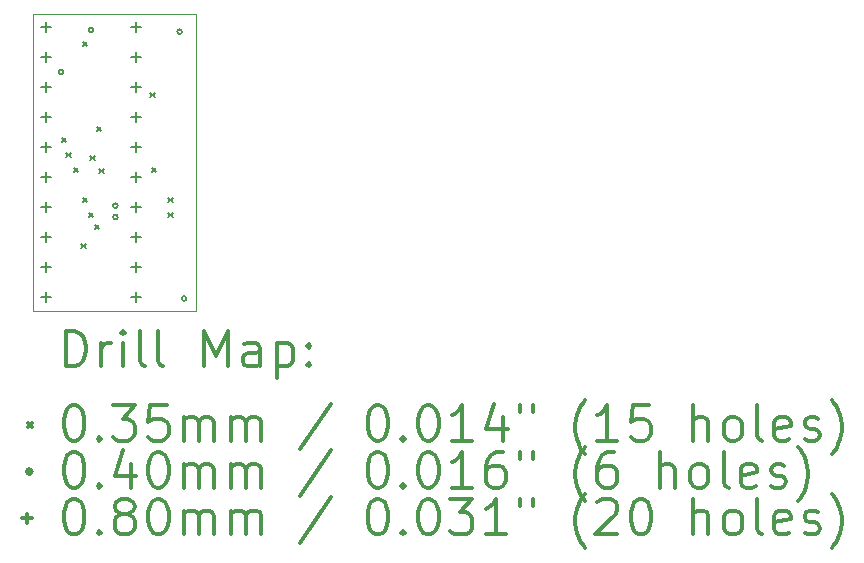
<source format=gbr>
%FSLAX45Y45*%
G04 Gerber Fmt 4.5, Leading zero omitted, Abs format (unit mm)*
G04 Created by KiCad (PCBNEW (5.1.5)-3) date 2020-06-23 06:12:01*
%MOMM*%
%LPD*%
G04 APERTURE LIST*
%TA.AperFunction,Profile*%
%ADD10C,0.120000*%
%TD*%
%ADD11C,0.200000*%
%ADD12C,0.300000*%
G04 APERTURE END LIST*
D10*
X11938000Y-9512300D02*
X11938000Y-6997700D01*
X10553700Y-9512300D02*
X11938000Y-9512300D01*
X10553700Y-6997700D02*
X10553700Y-9512300D01*
X11938000Y-6997700D02*
X10553700Y-6997700D01*
D11*
X10802900Y-8047000D02*
X10837900Y-8082000D01*
X10837900Y-8047000D02*
X10802900Y-8082000D01*
X10841000Y-8174000D02*
X10876000Y-8209000D01*
X10876000Y-8174000D02*
X10841000Y-8209000D01*
X10904500Y-8301000D02*
X10939500Y-8336000D01*
X10939500Y-8301000D02*
X10904500Y-8336000D01*
X10968000Y-8948700D02*
X11003000Y-8983700D01*
X11003000Y-8948700D02*
X10968000Y-8983700D01*
X10980700Y-7234200D02*
X11015700Y-7269200D01*
X11015700Y-7234200D02*
X10980700Y-7269200D01*
X10980700Y-8555000D02*
X11015700Y-8590000D01*
X11015700Y-8555000D02*
X10980700Y-8590000D01*
X11031500Y-8682000D02*
X11066500Y-8717000D01*
X11066500Y-8682000D02*
X11031500Y-8717000D01*
X11044200Y-8199400D02*
X11079200Y-8234400D01*
X11079200Y-8199400D02*
X11044200Y-8234400D01*
X11082300Y-8783600D02*
X11117300Y-8818600D01*
X11117300Y-8783600D02*
X11082300Y-8818600D01*
X11096700Y-7959800D02*
X11131700Y-7994800D01*
X11131700Y-7959800D02*
X11096700Y-7994800D01*
X11120400Y-8313700D02*
X11155400Y-8348700D01*
X11155400Y-8313700D02*
X11120400Y-8348700D01*
X11552200Y-7666000D02*
X11587200Y-7701000D01*
X11587200Y-7666000D02*
X11552200Y-7701000D01*
X11564900Y-8301000D02*
X11599900Y-8336000D01*
X11599900Y-8301000D02*
X11564900Y-8336000D01*
X11704600Y-8555000D02*
X11739600Y-8590000D01*
X11739600Y-8555000D02*
X11704600Y-8590000D01*
X11704600Y-8682000D02*
X11739600Y-8717000D01*
X11739600Y-8682000D02*
X11704600Y-8717000D01*
X10815000Y-7493000D02*
G75*
G03X10815000Y-7493000I-20000J0D01*
G01*
X11069000Y-7137400D02*
G75*
G03X11069000Y-7137400I-20000J0D01*
G01*
X11275000Y-8623300D02*
G75*
G03X11275000Y-8623300I-20000J0D01*
G01*
X11275000Y-8720000D02*
G75*
G03X11275000Y-8720000I-20000J0D01*
G01*
X11818300Y-7150100D02*
G75*
G03X11818300Y-7150100I-20000J0D01*
G01*
X11856400Y-9410700D02*
G75*
G03X11856400Y-9410700I-20000J0D01*
G01*
X10668000Y-7072000D02*
X10668000Y-7152000D01*
X10628000Y-7112000D02*
X10708000Y-7112000D01*
X10668000Y-7326000D02*
X10668000Y-7406000D01*
X10628000Y-7366000D02*
X10708000Y-7366000D01*
X10668000Y-7580000D02*
X10668000Y-7660000D01*
X10628000Y-7620000D02*
X10708000Y-7620000D01*
X10668000Y-7834000D02*
X10668000Y-7914000D01*
X10628000Y-7874000D02*
X10708000Y-7874000D01*
X10668000Y-8088000D02*
X10668000Y-8168000D01*
X10628000Y-8128000D02*
X10708000Y-8128000D01*
X10668000Y-8342000D02*
X10668000Y-8422000D01*
X10628000Y-8382000D02*
X10708000Y-8382000D01*
X10668000Y-8596000D02*
X10668000Y-8676000D01*
X10628000Y-8636000D02*
X10708000Y-8636000D01*
X10668000Y-8850000D02*
X10668000Y-8930000D01*
X10628000Y-8890000D02*
X10708000Y-8890000D01*
X10668000Y-9104000D02*
X10668000Y-9184000D01*
X10628000Y-9144000D02*
X10708000Y-9144000D01*
X10668000Y-9358000D02*
X10668000Y-9438000D01*
X10628000Y-9398000D02*
X10708000Y-9398000D01*
X11430000Y-7072000D02*
X11430000Y-7152000D01*
X11390000Y-7112000D02*
X11470000Y-7112000D01*
X11430000Y-7326000D02*
X11430000Y-7406000D01*
X11390000Y-7366000D02*
X11470000Y-7366000D01*
X11430000Y-7580000D02*
X11430000Y-7660000D01*
X11390000Y-7620000D02*
X11470000Y-7620000D01*
X11430000Y-7834000D02*
X11430000Y-7914000D01*
X11390000Y-7874000D02*
X11470000Y-7874000D01*
X11430000Y-8088000D02*
X11430000Y-8168000D01*
X11390000Y-8128000D02*
X11470000Y-8128000D01*
X11430000Y-8342000D02*
X11430000Y-8422000D01*
X11390000Y-8382000D02*
X11470000Y-8382000D01*
X11430000Y-8596000D02*
X11430000Y-8676000D01*
X11390000Y-8636000D02*
X11470000Y-8636000D01*
X11430000Y-8850000D02*
X11430000Y-8930000D01*
X11390000Y-8890000D02*
X11470000Y-8890000D01*
X11430000Y-9104000D02*
X11430000Y-9184000D01*
X11390000Y-9144000D02*
X11470000Y-9144000D01*
X11430000Y-9358000D02*
X11430000Y-9438000D01*
X11390000Y-9398000D02*
X11470000Y-9398000D01*
D12*
X10834128Y-9984014D02*
X10834128Y-9684014D01*
X10905557Y-9684014D01*
X10948414Y-9698300D01*
X10976986Y-9726872D01*
X10991271Y-9755443D01*
X11005557Y-9812586D01*
X11005557Y-9855443D01*
X10991271Y-9912586D01*
X10976986Y-9941157D01*
X10948414Y-9969729D01*
X10905557Y-9984014D01*
X10834128Y-9984014D01*
X11134128Y-9984014D02*
X11134128Y-9784014D01*
X11134128Y-9841157D02*
X11148414Y-9812586D01*
X11162700Y-9798300D01*
X11191271Y-9784014D01*
X11219843Y-9784014D01*
X11319843Y-9984014D02*
X11319843Y-9784014D01*
X11319843Y-9684014D02*
X11305557Y-9698300D01*
X11319843Y-9712586D01*
X11334128Y-9698300D01*
X11319843Y-9684014D01*
X11319843Y-9712586D01*
X11505557Y-9984014D02*
X11476986Y-9969729D01*
X11462700Y-9941157D01*
X11462700Y-9684014D01*
X11662700Y-9984014D02*
X11634128Y-9969729D01*
X11619843Y-9941157D01*
X11619843Y-9684014D01*
X12005557Y-9984014D02*
X12005557Y-9684014D01*
X12105557Y-9898300D01*
X12205557Y-9684014D01*
X12205557Y-9984014D01*
X12476986Y-9984014D02*
X12476986Y-9826872D01*
X12462700Y-9798300D01*
X12434128Y-9784014D01*
X12376986Y-9784014D01*
X12348414Y-9798300D01*
X12476986Y-9969729D02*
X12448414Y-9984014D01*
X12376986Y-9984014D01*
X12348414Y-9969729D01*
X12334128Y-9941157D01*
X12334128Y-9912586D01*
X12348414Y-9884014D01*
X12376986Y-9869729D01*
X12448414Y-9869729D01*
X12476986Y-9855443D01*
X12619843Y-9784014D02*
X12619843Y-10084014D01*
X12619843Y-9798300D02*
X12648414Y-9784014D01*
X12705557Y-9784014D01*
X12734128Y-9798300D01*
X12748414Y-9812586D01*
X12762700Y-9841157D01*
X12762700Y-9926872D01*
X12748414Y-9955443D01*
X12734128Y-9969729D01*
X12705557Y-9984014D01*
X12648414Y-9984014D01*
X12619843Y-9969729D01*
X12891271Y-9955443D02*
X12905557Y-9969729D01*
X12891271Y-9984014D01*
X12876986Y-9969729D01*
X12891271Y-9955443D01*
X12891271Y-9984014D01*
X12891271Y-9798300D02*
X12905557Y-9812586D01*
X12891271Y-9826872D01*
X12876986Y-9812586D01*
X12891271Y-9798300D01*
X12891271Y-9826872D01*
X10512700Y-10460800D02*
X10547700Y-10495800D01*
X10547700Y-10460800D02*
X10512700Y-10495800D01*
X10891271Y-10314014D02*
X10919843Y-10314014D01*
X10948414Y-10328300D01*
X10962700Y-10342586D01*
X10976986Y-10371157D01*
X10991271Y-10428300D01*
X10991271Y-10499729D01*
X10976986Y-10556872D01*
X10962700Y-10585443D01*
X10948414Y-10599729D01*
X10919843Y-10614014D01*
X10891271Y-10614014D01*
X10862700Y-10599729D01*
X10848414Y-10585443D01*
X10834128Y-10556872D01*
X10819843Y-10499729D01*
X10819843Y-10428300D01*
X10834128Y-10371157D01*
X10848414Y-10342586D01*
X10862700Y-10328300D01*
X10891271Y-10314014D01*
X11119843Y-10585443D02*
X11134128Y-10599729D01*
X11119843Y-10614014D01*
X11105557Y-10599729D01*
X11119843Y-10585443D01*
X11119843Y-10614014D01*
X11234128Y-10314014D02*
X11419843Y-10314014D01*
X11319843Y-10428300D01*
X11362700Y-10428300D01*
X11391271Y-10442586D01*
X11405557Y-10456872D01*
X11419843Y-10485443D01*
X11419843Y-10556872D01*
X11405557Y-10585443D01*
X11391271Y-10599729D01*
X11362700Y-10614014D01*
X11276986Y-10614014D01*
X11248414Y-10599729D01*
X11234128Y-10585443D01*
X11691271Y-10314014D02*
X11548414Y-10314014D01*
X11534128Y-10456872D01*
X11548414Y-10442586D01*
X11576986Y-10428300D01*
X11648414Y-10428300D01*
X11676986Y-10442586D01*
X11691271Y-10456872D01*
X11705557Y-10485443D01*
X11705557Y-10556872D01*
X11691271Y-10585443D01*
X11676986Y-10599729D01*
X11648414Y-10614014D01*
X11576986Y-10614014D01*
X11548414Y-10599729D01*
X11534128Y-10585443D01*
X11834128Y-10614014D02*
X11834128Y-10414014D01*
X11834128Y-10442586D02*
X11848414Y-10428300D01*
X11876986Y-10414014D01*
X11919843Y-10414014D01*
X11948414Y-10428300D01*
X11962700Y-10456872D01*
X11962700Y-10614014D01*
X11962700Y-10456872D02*
X11976986Y-10428300D01*
X12005557Y-10414014D01*
X12048414Y-10414014D01*
X12076986Y-10428300D01*
X12091271Y-10456872D01*
X12091271Y-10614014D01*
X12234128Y-10614014D02*
X12234128Y-10414014D01*
X12234128Y-10442586D02*
X12248414Y-10428300D01*
X12276986Y-10414014D01*
X12319843Y-10414014D01*
X12348414Y-10428300D01*
X12362700Y-10456872D01*
X12362700Y-10614014D01*
X12362700Y-10456872D02*
X12376986Y-10428300D01*
X12405557Y-10414014D01*
X12448414Y-10414014D01*
X12476986Y-10428300D01*
X12491271Y-10456872D01*
X12491271Y-10614014D01*
X13076986Y-10299729D02*
X12819843Y-10685443D01*
X13462700Y-10314014D02*
X13491271Y-10314014D01*
X13519843Y-10328300D01*
X13534128Y-10342586D01*
X13548414Y-10371157D01*
X13562700Y-10428300D01*
X13562700Y-10499729D01*
X13548414Y-10556872D01*
X13534128Y-10585443D01*
X13519843Y-10599729D01*
X13491271Y-10614014D01*
X13462700Y-10614014D01*
X13434128Y-10599729D01*
X13419843Y-10585443D01*
X13405557Y-10556872D01*
X13391271Y-10499729D01*
X13391271Y-10428300D01*
X13405557Y-10371157D01*
X13419843Y-10342586D01*
X13434128Y-10328300D01*
X13462700Y-10314014D01*
X13691271Y-10585443D02*
X13705557Y-10599729D01*
X13691271Y-10614014D01*
X13676986Y-10599729D01*
X13691271Y-10585443D01*
X13691271Y-10614014D01*
X13891271Y-10314014D02*
X13919843Y-10314014D01*
X13948414Y-10328300D01*
X13962700Y-10342586D01*
X13976986Y-10371157D01*
X13991271Y-10428300D01*
X13991271Y-10499729D01*
X13976986Y-10556872D01*
X13962700Y-10585443D01*
X13948414Y-10599729D01*
X13919843Y-10614014D01*
X13891271Y-10614014D01*
X13862700Y-10599729D01*
X13848414Y-10585443D01*
X13834128Y-10556872D01*
X13819843Y-10499729D01*
X13819843Y-10428300D01*
X13834128Y-10371157D01*
X13848414Y-10342586D01*
X13862700Y-10328300D01*
X13891271Y-10314014D01*
X14276986Y-10614014D02*
X14105557Y-10614014D01*
X14191271Y-10614014D02*
X14191271Y-10314014D01*
X14162700Y-10356872D01*
X14134128Y-10385443D01*
X14105557Y-10399729D01*
X14534128Y-10414014D02*
X14534128Y-10614014D01*
X14462700Y-10299729D02*
X14391271Y-10514014D01*
X14576986Y-10514014D01*
X14676986Y-10314014D02*
X14676986Y-10371157D01*
X14791271Y-10314014D02*
X14791271Y-10371157D01*
X15234128Y-10728300D02*
X15219843Y-10714014D01*
X15191271Y-10671157D01*
X15176986Y-10642586D01*
X15162700Y-10599729D01*
X15148414Y-10528300D01*
X15148414Y-10471157D01*
X15162700Y-10399729D01*
X15176986Y-10356872D01*
X15191271Y-10328300D01*
X15219843Y-10285443D01*
X15234128Y-10271157D01*
X15505557Y-10614014D02*
X15334128Y-10614014D01*
X15419843Y-10614014D02*
X15419843Y-10314014D01*
X15391271Y-10356872D01*
X15362700Y-10385443D01*
X15334128Y-10399729D01*
X15776986Y-10314014D02*
X15634128Y-10314014D01*
X15619843Y-10456872D01*
X15634128Y-10442586D01*
X15662700Y-10428300D01*
X15734128Y-10428300D01*
X15762700Y-10442586D01*
X15776986Y-10456872D01*
X15791271Y-10485443D01*
X15791271Y-10556872D01*
X15776986Y-10585443D01*
X15762700Y-10599729D01*
X15734128Y-10614014D01*
X15662700Y-10614014D01*
X15634128Y-10599729D01*
X15619843Y-10585443D01*
X16148414Y-10614014D02*
X16148414Y-10314014D01*
X16276986Y-10614014D02*
X16276986Y-10456872D01*
X16262700Y-10428300D01*
X16234128Y-10414014D01*
X16191271Y-10414014D01*
X16162700Y-10428300D01*
X16148414Y-10442586D01*
X16462700Y-10614014D02*
X16434128Y-10599729D01*
X16419843Y-10585443D01*
X16405557Y-10556872D01*
X16405557Y-10471157D01*
X16419843Y-10442586D01*
X16434128Y-10428300D01*
X16462700Y-10414014D01*
X16505557Y-10414014D01*
X16534128Y-10428300D01*
X16548414Y-10442586D01*
X16562700Y-10471157D01*
X16562700Y-10556872D01*
X16548414Y-10585443D01*
X16534128Y-10599729D01*
X16505557Y-10614014D01*
X16462700Y-10614014D01*
X16734128Y-10614014D02*
X16705557Y-10599729D01*
X16691271Y-10571157D01*
X16691271Y-10314014D01*
X16962700Y-10599729D02*
X16934128Y-10614014D01*
X16876986Y-10614014D01*
X16848414Y-10599729D01*
X16834128Y-10571157D01*
X16834128Y-10456872D01*
X16848414Y-10428300D01*
X16876986Y-10414014D01*
X16934128Y-10414014D01*
X16962700Y-10428300D01*
X16976986Y-10456872D01*
X16976986Y-10485443D01*
X16834128Y-10514014D01*
X17091271Y-10599729D02*
X17119843Y-10614014D01*
X17176986Y-10614014D01*
X17205557Y-10599729D01*
X17219843Y-10571157D01*
X17219843Y-10556872D01*
X17205557Y-10528300D01*
X17176986Y-10514014D01*
X17134128Y-10514014D01*
X17105557Y-10499729D01*
X17091271Y-10471157D01*
X17091271Y-10456872D01*
X17105557Y-10428300D01*
X17134128Y-10414014D01*
X17176986Y-10414014D01*
X17205557Y-10428300D01*
X17319843Y-10728300D02*
X17334128Y-10714014D01*
X17362700Y-10671157D01*
X17376986Y-10642586D01*
X17391271Y-10599729D01*
X17405557Y-10528300D01*
X17405557Y-10471157D01*
X17391271Y-10399729D01*
X17376986Y-10356872D01*
X17362700Y-10328300D01*
X17334128Y-10285443D01*
X17319843Y-10271157D01*
X10547700Y-10874300D02*
G75*
G03X10547700Y-10874300I-20000J0D01*
G01*
X10891271Y-10710014D02*
X10919843Y-10710014D01*
X10948414Y-10724300D01*
X10962700Y-10738586D01*
X10976986Y-10767157D01*
X10991271Y-10824300D01*
X10991271Y-10895729D01*
X10976986Y-10952872D01*
X10962700Y-10981443D01*
X10948414Y-10995729D01*
X10919843Y-11010014D01*
X10891271Y-11010014D01*
X10862700Y-10995729D01*
X10848414Y-10981443D01*
X10834128Y-10952872D01*
X10819843Y-10895729D01*
X10819843Y-10824300D01*
X10834128Y-10767157D01*
X10848414Y-10738586D01*
X10862700Y-10724300D01*
X10891271Y-10710014D01*
X11119843Y-10981443D02*
X11134128Y-10995729D01*
X11119843Y-11010014D01*
X11105557Y-10995729D01*
X11119843Y-10981443D01*
X11119843Y-11010014D01*
X11391271Y-10810014D02*
X11391271Y-11010014D01*
X11319843Y-10695729D02*
X11248414Y-10910014D01*
X11434128Y-10910014D01*
X11605557Y-10710014D02*
X11634128Y-10710014D01*
X11662700Y-10724300D01*
X11676986Y-10738586D01*
X11691271Y-10767157D01*
X11705557Y-10824300D01*
X11705557Y-10895729D01*
X11691271Y-10952872D01*
X11676986Y-10981443D01*
X11662700Y-10995729D01*
X11634128Y-11010014D01*
X11605557Y-11010014D01*
X11576986Y-10995729D01*
X11562700Y-10981443D01*
X11548414Y-10952872D01*
X11534128Y-10895729D01*
X11534128Y-10824300D01*
X11548414Y-10767157D01*
X11562700Y-10738586D01*
X11576986Y-10724300D01*
X11605557Y-10710014D01*
X11834128Y-11010014D02*
X11834128Y-10810014D01*
X11834128Y-10838586D02*
X11848414Y-10824300D01*
X11876986Y-10810014D01*
X11919843Y-10810014D01*
X11948414Y-10824300D01*
X11962700Y-10852872D01*
X11962700Y-11010014D01*
X11962700Y-10852872D02*
X11976986Y-10824300D01*
X12005557Y-10810014D01*
X12048414Y-10810014D01*
X12076986Y-10824300D01*
X12091271Y-10852872D01*
X12091271Y-11010014D01*
X12234128Y-11010014D02*
X12234128Y-10810014D01*
X12234128Y-10838586D02*
X12248414Y-10824300D01*
X12276986Y-10810014D01*
X12319843Y-10810014D01*
X12348414Y-10824300D01*
X12362700Y-10852872D01*
X12362700Y-11010014D01*
X12362700Y-10852872D02*
X12376986Y-10824300D01*
X12405557Y-10810014D01*
X12448414Y-10810014D01*
X12476986Y-10824300D01*
X12491271Y-10852872D01*
X12491271Y-11010014D01*
X13076986Y-10695729D02*
X12819843Y-11081443D01*
X13462700Y-10710014D02*
X13491271Y-10710014D01*
X13519843Y-10724300D01*
X13534128Y-10738586D01*
X13548414Y-10767157D01*
X13562700Y-10824300D01*
X13562700Y-10895729D01*
X13548414Y-10952872D01*
X13534128Y-10981443D01*
X13519843Y-10995729D01*
X13491271Y-11010014D01*
X13462700Y-11010014D01*
X13434128Y-10995729D01*
X13419843Y-10981443D01*
X13405557Y-10952872D01*
X13391271Y-10895729D01*
X13391271Y-10824300D01*
X13405557Y-10767157D01*
X13419843Y-10738586D01*
X13434128Y-10724300D01*
X13462700Y-10710014D01*
X13691271Y-10981443D02*
X13705557Y-10995729D01*
X13691271Y-11010014D01*
X13676986Y-10995729D01*
X13691271Y-10981443D01*
X13691271Y-11010014D01*
X13891271Y-10710014D02*
X13919843Y-10710014D01*
X13948414Y-10724300D01*
X13962700Y-10738586D01*
X13976986Y-10767157D01*
X13991271Y-10824300D01*
X13991271Y-10895729D01*
X13976986Y-10952872D01*
X13962700Y-10981443D01*
X13948414Y-10995729D01*
X13919843Y-11010014D01*
X13891271Y-11010014D01*
X13862700Y-10995729D01*
X13848414Y-10981443D01*
X13834128Y-10952872D01*
X13819843Y-10895729D01*
X13819843Y-10824300D01*
X13834128Y-10767157D01*
X13848414Y-10738586D01*
X13862700Y-10724300D01*
X13891271Y-10710014D01*
X14276986Y-11010014D02*
X14105557Y-11010014D01*
X14191271Y-11010014D02*
X14191271Y-10710014D01*
X14162700Y-10752872D01*
X14134128Y-10781443D01*
X14105557Y-10795729D01*
X14534128Y-10710014D02*
X14476986Y-10710014D01*
X14448414Y-10724300D01*
X14434128Y-10738586D01*
X14405557Y-10781443D01*
X14391271Y-10838586D01*
X14391271Y-10952872D01*
X14405557Y-10981443D01*
X14419843Y-10995729D01*
X14448414Y-11010014D01*
X14505557Y-11010014D01*
X14534128Y-10995729D01*
X14548414Y-10981443D01*
X14562700Y-10952872D01*
X14562700Y-10881443D01*
X14548414Y-10852872D01*
X14534128Y-10838586D01*
X14505557Y-10824300D01*
X14448414Y-10824300D01*
X14419843Y-10838586D01*
X14405557Y-10852872D01*
X14391271Y-10881443D01*
X14676986Y-10710014D02*
X14676986Y-10767157D01*
X14791271Y-10710014D02*
X14791271Y-10767157D01*
X15234128Y-11124300D02*
X15219843Y-11110014D01*
X15191271Y-11067157D01*
X15176986Y-11038586D01*
X15162700Y-10995729D01*
X15148414Y-10924300D01*
X15148414Y-10867157D01*
X15162700Y-10795729D01*
X15176986Y-10752872D01*
X15191271Y-10724300D01*
X15219843Y-10681443D01*
X15234128Y-10667157D01*
X15476986Y-10710014D02*
X15419843Y-10710014D01*
X15391271Y-10724300D01*
X15376986Y-10738586D01*
X15348414Y-10781443D01*
X15334128Y-10838586D01*
X15334128Y-10952872D01*
X15348414Y-10981443D01*
X15362700Y-10995729D01*
X15391271Y-11010014D01*
X15448414Y-11010014D01*
X15476986Y-10995729D01*
X15491271Y-10981443D01*
X15505557Y-10952872D01*
X15505557Y-10881443D01*
X15491271Y-10852872D01*
X15476986Y-10838586D01*
X15448414Y-10824300D01*
X15391271Y-10824300D01*
X15362700Y-10838586D01*
X15348414Y-10852872D01*
X15334128Y-10881443D01*
X15862700Y-11010014D02*
X15862700Y-10710014D01*
X15991271Y-11010014D02*
X15991271Y-10852872D01*
X15976986Y-10824300D01*
X15948414Y-10810014D01*
X15905557Y-10810014D01*
X15876986Y-10824300D01*
X15862700Y-10838586D01*
X16176986Y-11010014D02*
X16148414Y-10995729D01*
X16134128Y-10981443D01*
X16119843Y-10952872D01*
X16119843Y-10867157D01*
X16134128Y-10838586D01*
X16148414Y-10824300D01*
X16176986Y-10810014D01*
X16219843Y-10810014D01*
X16248414Y-10824300D01*
X16262700Y-10838586D01*
X16276986Y-10867157D01*
X16276986Y-10952872D01*
X16262700Y-10981443D01*
X16248414Y-10995729D01*
X16219843Y-11010014D01*
X16176986Y-11010014D01*
X16448414Y-11010014D02*
X16419843Y-10995729D01*
X16405557Y-10967157D01*
X16405557Y-10710014D01*
X16676986Y-10995729D02*
X16648414Y-11010014D01*
X16591271Y-11010014D01*
X16562700Y-10995729D01*
X16548414Y-10967157D01*
X16548414Y-10852872D01*
X16562700Y-10824300D01*
X16591271Y-10810014D01*
X16648414Y-10810014D01*
X16676986Y-10824300D01*
X16691271Y-10852872D01*
X16691271Y-10881443D01*
X16548414Y-10910014D01*
X16805557Y-10995729D02*
X16834128Y-11010014D01*
X16891271Y-11010014D01*
X16919843Y-10995729D01*
X16934128Y-10967157D01*
X16934128Y-10952872D01*
X16919843Y-10924300D01*
X16891271Y-10910014D01*
X16848414Y-10910014D01*
X16819843Y-10895729D01*
X16805557Y-10867157D01*
X16805557Y-10852872D01*
X16819843Y-10824300D01*
X16848414Y-10810014D01*
X16891271Y-10810014D01*
X16919843Y-10824300D01*
X17034128Y-11124300D02*
X17048414Y-11110014D01*
X17076986Y-11067157D01*
X17091271Y-11038586D01*
X17105557Y-10995729D01*
X17119843Y-10924300D01*
X17119843Y-10867157D01*
X17105557Y-10795729D01*
X17091271Y-10752872D01*
X17076986Y-10724300D01*
X17048414Y-10681443D01*
X17034128Y-10667157D01*
X10507700Y-11230300D02*
X10507700Y-11310300D01*
X10467700Y-11270300D02*
X10547700Y-11270300D01*
X10891271Y-11106014D02*
X10919843Y-11106014D01*
X10948414Y-11120300D01*
X10962700Y-11134586D01*
X10976986Y-11163157D01*
X10991271Y-11220300D01*
X10991271Y-11291729D01*
X10976986Y-11348871D01*
X10962700Y-11377443D01*
X10948414Y-11391729D01*
X10919843Y-11406014D01*
X10891271Y-11406014D01*
X10862700Y-11391729D01*
X10848414Y-11377443D01*
X10834128Y-11348871D01*
X10819843Y-11291729D01*
X10819843Y-11220300D01*
X10834128Y-11163157D01*
X10848414Y-11134586D01*
X10862700Y-11120300D01*
X10891271Y-11106014D01*
X11119843Y-11377443D02*
X11134128Y-11391729D01*
X11119843Y-11406014D01*
X11105557Y-11391729D01*
X11119843Y-11377443D01*
X11119843Y-11406014D01*
X11305557Y-11234586D02*
X11276986Y-11220300D01*
X11262700Y-11206014D01*
X11248414Y-11177443D01*
X11248414Y-11163157D01*
X11262700Y-11134586D01*
X11276986Y-11120300D01*
X11305557Y-11106014D01*
X11362700Y-11106014D01*
X11391271Y-11120300D01*
X11405557Y-11134586D01*
X11419843Y-11163157D01*
X11419843Y-11177443D01*
X11405557Y-11206014D01*
X11391271Y-11220300D01*
X11362700Y-11234586D01*
X11305557Y-11234586D01*
X11276986Y-11248871D01*
X11262700Y-11263157D01*
X11248414Y-11291729D01*
X11248414Y-11348871D01*
X11262700Y-11377443D01*
X11276986Y-11391729D01*
X11305557Y-11406014D01*
X11362700Y-11406014D01*
X11391271Y-11391729D01*
X11405557Y-11377443D01*
X11419843Y-11348871D01*
X11419843Y-11291729D01*
X11405557Y-11263157D01*
X11391271Y-11248871D01*
X11362700Y-11234586D01*
X11605557Y-11106014D02*
X11634128Y-11106014D01*
X11662700Y-11120300D01*
X11676986Y-11134586D01*
X11691271Y-11163157D01*
X11705557Y-11220300D01*
X11705557Y-11291729D01*
X11691271Y-11348871D01*
X11676986Y-11377443D01*
X11662700Y-11391729D01*
X11634128Y-11406014D01*
X11605557Y-11406014D01*
X11576986Y-11391729D01*
X11562700Y-11377443D01*
X11548414Y-11348871D01*
X11534128Y-11291729D01*
X11534128Y-11220300D01*
X11548414Y-11163157D01*
X11562700Y-11134586D01*
X11576986Y-11120300D01*
X11605557Y-11106014D01*
X11834128Y-11406014D02*
X11834128Y-11206014D01*
X11834128Y-11234586D02*
X11848414Y-11220300D01*
X11876986Y-11206014D01*
X11919843Y-11206014D01*
X11948414Y-11220300D01*
X11962700Y-11248871D01*
X11962700Y-11406014D01*
X11962700Y-11248871D02*
X11976986Y-11220300D01*
X12005557Y-11206014D01*
X12048414Y-11206014D01*
X12076986Y-11220300D01*
X12091271Y-11248871D01*
X12091271Y-11406014D01*
X12234128Y-11406014D02*
X12234128Y-11206014D01*
X12234128Y-11234586D02*
X12248414Y-11220300D01*
X12276986Y-11206014D01*
X12319843Y-11206014D01*
X12348414Y-11220300D01*
X12362700Y-11248871D01*
X12362700Y-11406014D01*
X12362700Y-11248871D02*
X12376986Y-11220300D01*
X12405557Y-11206014D01*
X12448414Y-11206014D01*
X12476986Y-11220300D01*
X12491271Y-11248871D01*
X12491271Y-11406014D01*
X13076986Y-11091729D02*
X12819843Y-11477443D01*
X13462700Y-11106014D02*
X13491271Y-11106014D01*
X13519843Y-11120300D01*
X13534128Y-11134586D01*
X13548414Y-11163157D01*
X13562700Y-11220300D01*
X13562700Y-11291729D01*
X13548414Y-11348871D01*
X13534128Y-11377443D01*
X13519843Y-11391729D01*
X13491271Y-11406014D01*
X13462700Y-11406014D01*
X13434128Y-11391729D01*
X13419843Y-11377443D01*
X13405557Y-11348871D01*
X13391271Y-11291729D01*
X13391271Y-11220300D01*
X13405557Y-11163157D01*
X13419843Y-11134586D01*
X13434128Y-11120300D01*
X13462700Y-11106014D01*
X13691271Y-11377443D02*
X13705557Y-11391729D01*
X13691271Y-11406014D01*
X13676986Y-11391729D01*
X13691271Y-11377443D01*
X13691271Y-11406014D01*
X13891271Y-11106014D02*
X13919843Y-11106014D01*
X13948414Y-11120300D01*
X13962700Y-11134586D01*
X13976986Y-11163157D01*
X13991271Y-11220300D01*
X13991271Y-11291729D01*
X13976986Y-11348871D01*
X13962700Y-11377443D01*
X13948414Y-11391729D01*
X13919843Y-11406014D01*
X13891271Y-11406014D01*
X13862700Y-11391729D01*
X13848414Y-11377443D01*
X13834128Y-11348871D01*
X13819843Y-11291729D01*
X13819843Y-11220300D01*
X13834128Y-11163157D01*
X13848414Y-11134586D01*
X13862700Y-11120300D01*
X13891271Y-11106014D01*
X14091271Y-11106014D02*
X14276986Y-11106014D01*
X14176986Y-11220300D01*
X14219843Y-11220300D01*
X14248414Y-11234586D01*
X14262700Y-11248871D01*
X14276986Y-11277443D01*
X14276986Y-11348871D01*
X14262700Y-11377443D01*
X14248414Y-11391729D01*
X14219843Y-11406014D01*
X14134128Y-11406014D01*
X14105557Y-11391729D01*
X14091271Y-11377443D01*
X14562700Y-11406014D02*
X14391271Y-11406014D01*
X14476986Y-11406014D02*
X14476986Y-11106014D01*
X14448414Y-11148872D01*
X14419843Y-11177443D01*
X14391271Y-11191729D01*
X14676986Y-11106014D02*
X14676986Y-11163157D01*
X14791271Y-11106014D02*
X14791271Y-11163157D01*
X15234128Y-11520300D02*
X15219843Y-11506014D01*
X15191271Y-11463157D01*
X15176986Y-11434586D01*
X15162700Y-11391729D01*
X15148414Y-11320300D01*
X15148414Y-11263157D01*
X15162700Y-11191729D01*
X15176986Y-11148872D01*
X15191271Y-11120300D01*
X15219843Y-11077443D01*
X15234128Y-11063157D01*
X15334128Y-11134586D02*
X15348414Y-11120300D01*
X15376986Y-11106014D01*
X15448414Y-11106014D01*
X15476986Y-11120300D01*
X15491271Y-11134586D01*
X15505557Y-11163157D01*
X15505557Y-11191729D01*
X15491271Y-11234586D01*
X15319843Y-11406014D01*
X15505557Y-11406014D01*
X15691271Y-11106014D02*
X15719843Y-11106014D01*
X15748414Y-11120300D01*
X15762700Y-11134586D01*
X15776986Y-11163157D01*
X15791271Y-11220300D01*
X15791271Y-11291729D01*
X15776986Y-11348871D01*
X15762700Y-11377443D01*
X15748414Y-11391729D01*
X15719843Y-11406014D01*
X15691271Y-11406014D01*
X15662700Y-11391729D01*
X15648414Y-11377443D01*
X15634128Y-11348871D01*
X15619843Y-11291729D01*
X15619843Y-11220300D01*
X15634128Y-11163157D01*
X15648414Y-11134586D01*
X15662700Y-11120300D01*
X15691271Y-11106014D01*
X16148414Y-11406014D02*
X16148414Y-11106014D01*
X16276986Y-11406014D02*
X16276986Y-11248871D01*
X16262700Y-11220300D01*
X16234128Y-11206014D01*
X16191271Y-11206014D01*
X16162700Y-11220300D01*
X16148414Y-11234586D01*
X16462700Y-11406014D02*
X16434128Y-11391729D01*
X16419843Y-11377443D01*
X16405557Y-11348871D01*
X16405557Y-11263157D01*
X16419843Y-11234586D01*
X16434128Y-11220300D01*
X16462700Y-11206014D01*
X16505557Y-11206014D01*
X16534128Y-11220300D01*
X16548414Y-11234586D01*
X16562700Y-11263157D01*
X16562700Y-11348871D01*
X16548414Y-11377443D01*
X16534128Y-11391729D01*
X16505557Y-11406014D01*
X16462700Y-11406014D01*
X16734128Y-11406014D02*
X16705557Y-11391729D01*
X16691271Y-11363157D01*
X16691271Y-11106014D01*
X16962700Y-11391729D02*
X16934128Y-11406014D01*
X16876986Y-11406014D01*
X16848414Y-11391729D01*
X16834128Y-11363157D01*
X16834128Y-11248871D01*
X16848414Y-11220300D01*
X16876986Y-11206014D01*
X16934128Y-11206014D01*
X16962700Y-11220300D01*
X16976986Y-11248871D01*
X16976986Y-11277443D01*
X16834128Y-11306014D01*
X17091271Y-11391729D02*
X17119843Y-11406014D01*
X17176986Y-11406014D01*
X17205557Y-11391729D01*
X17219843Y-11363157D01*
X17219843Y-11348871D01*
X17205557Y-11320300D01*
X17176986Y-11306014D01*
X17134128Y-11306014D01*
X17105557Y-11291729D01*
X17091271Y-11263157D01*
X17091271Y-11248871D01*
X17105557Y-11220300D01*
X17134128Y-11206014D01*
X17176986Y-11206014D01*
X17205557Y-11220300D01*
X17319843Y-11520300D02*
X17334128Y-11506014D01*
X17362700Y-11463157D01*
X17376986Y-11434586D01*
X17391271Y-11391729D01*
X17405557Y-11320300D01*
X17405557Y-11263157D01*
X17391271Y-11191729D01*
X17376986Y-11148872D01*
X17362700Y-11120300D01*
X17334128Y-11077443D01*
X17319843Y-11063157D01*
M02*

</source>
